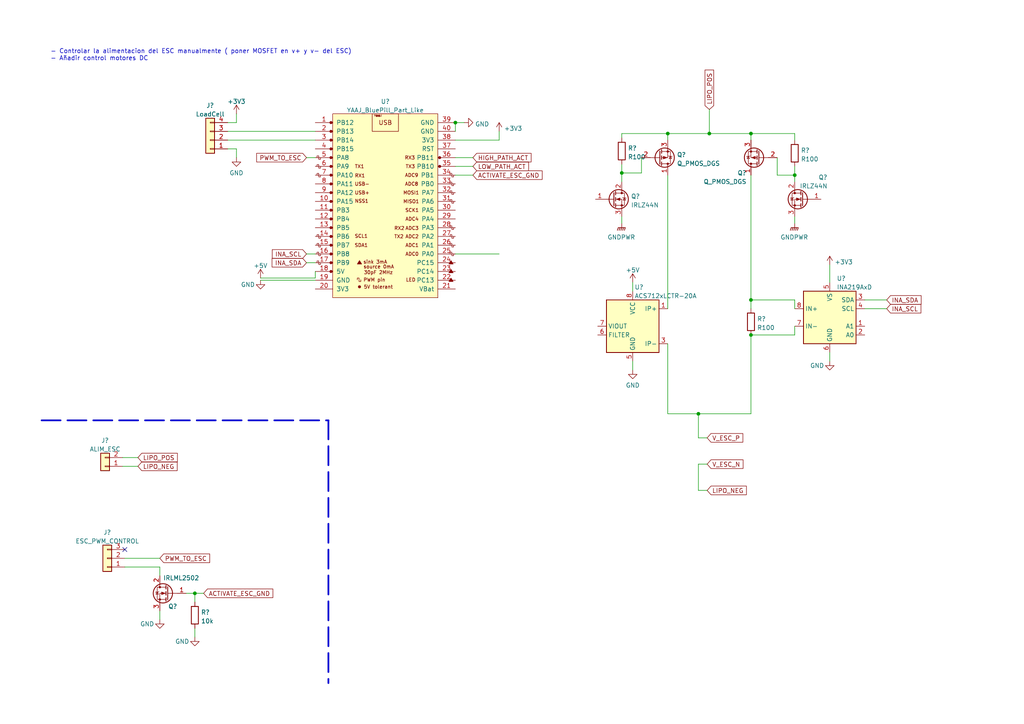
<source format=kicad_sch>
(kicad_sch (version 20211123) (generator eeschema)
  (paper "A4")
  (lib_symbols
    (symbol "Analog_ADC:INA219AxD"
      (property "Reference" "U" (at -6.35 8.89 0))
      (property "Value" "INA219AxD" (at 5.08 8.89 0))
      (symbol "INA219AxD_0_1"
        (rectangle (start -7.62 7.62) (end 7.62 -7.62) (stroke (width 0.254)) (fill (type background)))
      )
      (symbol "INA219AxD_1_1"
        (pin input line (at 10.16 -2.54 180) (length 2.54) (name "A1") (number "1"))
        (pin input line (at 10.16 -5.08 180) (length 2.54) (name "A0") (number "2"))
        (pin bidirectional line (at 10.16 5.08 180) (length 2.54) (name "SDA") (number "3"))
        (pin input line (at 10.16 2.54 180) (length 2.54) (name "SCL") (number "4"))
        (pin power_in line (at 0 10.16 270) (length 2.54) (name "VS") (number "5"))
        (pin power_in line (at 0 -10.16 90) (length 2.54) (name "GND") (number "6"))
        (pin input line (at -10.16 -2.54 0) (length 2.54) (name "IN-") (number "7"))
        (pin input line (at -10.16 2.54 0) (length 2.54) (name "IN+") (number "8"))
      )
    )
    (symbol "Connector_Generic:Conn_01x02" (pin_names (offset 1.016) hide)
      (property "Reference" "J" (at 0 2.54 0))
      (property "Value" "Conn_01x02" (at 0 -5.08 0))
      (symbol "Conn_01x02_1_1"
        (rectangle (start -1.27 -2.413) (end 0 -2.667) (stroke (width 0.1524)))
        (rectangle (start -1.27 0.127) (end 0 -0.127) (stroke (width 0.1524)))
        (rectangle (start -1.27 1.27) (end 1.27 -3.81) (stroke (width 0.254)) (fill (type background)))
        (pin passive line (at -5.08 0 0) (length 3.81) (name "Pin_1") (number "1"))
        (pin passive line (at -5.08 -2.54 0) (length 3.81) (name "Pin_2") (number "2"))
      )
    )
    (symbol "Connector_Generic:Conn_01x03" (pin_names (offset 1.016) hide)
      (property "Reference" "J" (at 0 5.08 0))
      (property "Value" "Conn_01x03" (at 0 -5.08 0))
      (symbol "Conn_01x03_1_1"
        (rectangle (start -1.27 -2.413) (end 0 -2.667) (stroke (width 0.1524)))
        (rectangle (start -1.27 0.127) (end 0 -0.127) (stroke (width 0.1524)))
        (rectangle (start -1.27 2.667) (end 0 2.413) (stroke (width 0.1524)))
        (rectangle (start -1.27 3.81) (end 1.27 -3.81) (stroke (width 0.254)) (fill (type background)))
        (pin passive line (at -5.08 2.54 0) (length 3.81) (name "Pin_1") (number "1"))
        (pin passive line (at -5.08 0 0) (length 3.81) (name "Pin_2") (number "2"))
        (pin passive line (at -5.08 -2.54 0) (length 3.81) (name "Pin_3") (number "3"))
      )
    )
    (symbol "Connector_Generic:Conn_01x04" (pin_names (offset 1.016) hide)
      (property "Reference" "J" (at 0 5.08 0))
      (property "Value" "Conn_01x04" (at 0 -7.62 0))
      (symbol "Conn_01x04_1_1"
        (rectangle (start -1.27 -4.953) (end 0 -5.207) (stroke (width 0.1524)))
        (rectangle (start -1.27 -2.413) (end 0 -2.667) (stroke (width 0.1524)))
        (rectangle (start -1.27 0.127) (end 0 -0.127) (stroke (width 0.1524)))
        (rectangle (start -1.27 2.667) (end 0 2.413) (stroke (width 0.1524)))
        (rectangle (start -1.27 3.81) (end 1.27 -6.35) (stroke (width 0.254)) (fill (type background)))
        (pin passive line (at -5.08 2.54 0) (length 3.81) (name "Pin_1") (number "1"))
        (pin passive line (at -5.08 0 0) (length 3.81) (name "Pin_2") (number "2"))
        (pin passive line (at -5.08 -2.54 0) (length 3.81) (name "Pin_3") (number "3"))
        (pin passive line (at -5.08 -5.08 0) (length 3.81) (name "Pin_4") (number "4"))
      )
    )
    (symbol "Device:Q_PMOS_DGS" (pin_names (offset 0) hide)
      (property "Reference" "Q" (at 5.08 1.27 0))
      (property "Value" "Q_PMOS_DGS" (at 5.08 -1.27 0))
      (symbol "Q_PMOS_DGS_0_1"
        (polyline (pts (xy 0.254 0) (xy -2.54 0)))
        (polyline (pts (xy 0.254 1.905) (xy 0.254 -1.905)) (stroke (width 0.254)))
        (polyline (pts (xy 0.762 -1.27) (xy 0.762 -2.286)) (stroke (width 0.254)))
        (polyline (pts (xy 0.762 0.508) (xy 0.762 -0.508)) (stroke (width 0.254)))
        (polyline (pts (xy 0.762 2.286) (xy 0.762 1.27)) (stroke (width 0.254)))
        (polyline (pts (xy 2.54 2.54) (xy 2.54 1.778)))
        (polyline (pts (xy 2.54 -2.54) (xy 2.54 0) (xy 0.762 0)))
        (polyline (pts (xy 0.762 1.778) (xy 3.302 1.778) (xy 3.302 -1.778) (xy 0.762 -1.778)))
        (polyline (pts (xy 2.286 0) (xy 1.27 0.381) (xy 1.27 -0.381) (xy 2.286 0)) (fill (type outline)))
        (polyline (pts (xy 2.794 -0.508) (xy 2.921 -0.381) (xy 3.683 -0.381) (xy 3.81 -0.254)))
        (polyline (pts (xy 3.302 -0.381) (xy 2.921 0.254) (xy 3.683 0.254) (xy 3.302 -0.381)))
        (circle (center 1.651 0) (radius 2.794) (stroke (width 0.254)))
        (circle (center 2.54 -1.778) (radius 0.254) (fill (type outline)))
        (circle (center 2.54 1.778) (radius 0.254) (fill (type outline)))
      )
      (symbol "Q_PMOS_DGS_1_1"
        (pin passive line (at 2.54 5.08 270) (length 2.54) (name "D") (number "1"))
        (pin input line (at -5.08 0 0) (length 2.54) (name "G") (number "2"))
        (pin passive line (at 2.54 -5.08 90) (length 2.54) (name "S") (number "3"))
      )
    )
    (symbol "Device:R" (pin_numbers hide) (pin_names (offset 0))
      (property "Reference" "R" (at 2.032 0 90))
      (property "Value" "R" (at 0 0 90))
      (symbol "R_0_1"
        (rectangle (start -1.016 -2.54) (end 1.016 2.54) (stroke (width 0.254)))
      )
      (symbol "R_1_1"
        (pin passive line (at 0 3.81 270) (length 1.27) (name "~") (number "1"))
        (pin passive line (at 0 -3.81 90) (length 1.27) (name "~") (number "2"))
      )
    )
    (symbol "Sensor_Current:ACS712xLCTR-20A"
      (property "Reference" "U" (at 2.54 11.43 0))
      (property "Value" "ACS712xLCTR-20A" (at 2.54 8.89 0))
      (symbol "ACS712xLCTR-20A_0_1"
        (rectangle (start -7.62 7.62) (end 7.62 -7.62) (stroke (width 0.254)) (fill (type background)))
      )
      (symbol "ACS712xLCTR-20A_1_1"
        (pin passive line (at -10.16 5.08 0) (length 2.54) (name "IP+") (number "1"))
        (pin passive line (at -10.16 5.08 0) (length 2.54) hide (name "IP+") (number "2"))
        (pin passive line (at -10.16 -5.08 0) (length 2.54) (name "IP-") (number "3"))
        (pin passive line (at -10.16 -5.08 0) (length 2.54) hide (name "IP-") (number "4"))
        (pin power_in line (at 0 -10.16 90) (length 2.54) (name "GND") (number "5"))
        (pin passive line (at 10.16 -2.54 180) (length 2.54) (name "FILTER") (number "6"))
        (pin output line (at 10.16 0 180) (length 2.54) (name "VIOUT") (number "7"))
        (pin power_in line (at 0 10.16 270) (length 2.54) (name "VCC") (number "8"))
      )
    )
    (symbol "Transistor_FET:IRLZ44N" (pin_names hide)
      (property "Reference" "Q" (at 6.35 1.905 0))
      (property "Value" "IRLZ44N" (at 6.35 0 0))
      (symbol "IRLZ44N_0_1"
        (polyline (pts (xy 0.254 0) (xy -2.54 0)))
        (polyline (pts (xy 0.254 1.905) (xy 0.254 -1.905)) (stroke (width 0.254)))
        (polyline (pts (xy 0.762 -1.27) (xy 0.762 -2.286)) (stroke (width 0.254)))
        (polyline (pts (xy 0.762 0.508) (xy 0.762 -0.508)) (stroke (width 0.254)))
        (polyline (pts (xy 0.762 2.286) (xy 0.762 1.27)) (stroke (width 0.254)))
        (polyline (pts (xy 2.54 2.54) (xy 2.54 1.778)))
        (polyline (pts (xy 2.54 -2.54) (xy 2.54 0) (xy 0.762 0)))
        (polyline (pts (xy 0.762 -1.778) (xy 3.302 -1.778) (xy 3.302 1.778) (xy 0.762 1.778)))
        (polyline (pts (xy 1.016 0) (xy 2.032 0.381) (xy 2.032 -0.381) (xy 1.016 0)) (fill (type outline)))
        (polyline (pts (xy 2.794 0.508) (xy 2.921 0.381) (xy 3.683 0.381) (xy 3.81 0.254)))
        (polyline (pts (xy 3.302 0.381) (xy 2.921 -0.254) (xy 3.683 -0.254) (xy 3.302 0.381)))
        (circle (center 1.651 0) (radius 2.794) (stroke (width 0.254)))
        (circle (center 2.54 -1.778) (radius 0.254) (fill (type outline)))
        (circle (center 2.54 1.778) (radius 0.254) (fill (type outline)))
      )
      (symbol "IRLZ44N_1_1"
        (pin input line (at -5.08 0 0) (length 2.54) (name "G") (number "1"))
        (pin passive line (at 2.54 5.08 270) (length 2.54) (name "D") (number "2"))
        (pin passive line (at 2.54 -5.08 90) (length 2.54) (name "S") (number "3"))
      )
    )
    (symbol "YAAJ_BluePill_Part_Like:YAAJ_BluePill_Part_Like" (pin_names (offset 1.016))
      (property "Reference" "U" (at -12.7 25.4 0))
      (property "Value" "YAAJ_BluePill_Part_Like" (at 0 2.54 90))
      (symbol "YAAJ_BluePill_Part_Like_0_0"
        (circle (center -15.748 -20.32) (radius 0.3556) (fill (type outline)))
        (circle (center -15.748 -17.78) (radius 0.3556) (fill (type outline)))
        (circle (center -15.748 -15.24) (radius 0.3556) (fill (type outline)))
        (circle (center -15.748 -12.7) (radius 0.3556) (fill (type outline)))
        (circle (center -15.748 -10.16) (radius 0.3556) (fill (type outline)))
        (circle (center -15.748 -7.62) (radius 0.3556) (fill (type outline)))
        (circle (center -15.748 -5.08) (radius 0.3556) (fill (type outline)))
        (circle (center -15.748 -2.54) (radius 0.3556) (fill (type outline)))
        (circle (center -15.748 0) (radius 0.3556) (fill (type outline)))
        (circle (center -15.748 2.54) (radius 0.3556) (fill (type outline)))
        (circle (center -15.748 5.08) (radius 0.3556) (fill (type outline)))
        (circle (center -15.748 7.62) (radius 0.3556) (fill (type outline)))
        (circle (center -15.748 10.16) (radius 0.3556) (fill (type outline)))
        (circle (center -15.748 12.7) (radius 0.3556) (fill (type outline)))
        (circle (center -15.748 15.24) (radius 0.3556) (fill (type outline)))
        (circle (center -15.748 17.78) (radius 0.3556) (fill (type outline)))
        (circle (center -15.748 22.86) (radius 0.3556) (fill (type outline)))
        (circle (center -7.493 -24.765) (radius 0.127) (fill (type outline)))
        (circle (center -7.493 -24.765) (radius 0.254))
        (circle (center -7.493 -24.765) (radius 0.3556))
        (polyline (pts (xy -8.128 -18.161) (xy -7.493 -17.145) (xy -6.858 -18.161) (xy -8.128 -18.161) (xy -7.493 -17.272) (xy -6.985 -18.161) (xy -8.001 -18.034) (xy -7.493 -17.399) (xy -7.112 -18.161) (xy -7.874 -17.907) (xy -7.366 -17.526) (xy -7.239 -18.161) (xy -7.747 -17.78) (xy -7.239 -17.653) (xy -7.366 -18.034) (xy -7.62 -17.78) (xy -7.366 -17.907) (xy -7.493 -17.653)))
        (polyline (pts (xy 18.415 -23.241) (xy 19.05 -22.225) (xy 19.685 -23.241) (xy 18.415 -23.241) (xy 19.05 -22.352) (xy 19.558 -23.241) (xy 18.542 -23.114) (xy 19.05 -22.479) (xy 19.431 -23.241) (xy 18.669 -22.987) (xy 19.177 -22.606) (xy 19.304 -23.241) (xy 18.796 -22.86) (xy 19.304 -22.733) (xy 19.177 -23.114) (xy 18.923 -22.86) (xy 19.177 -22.987) (xy 19.05 -22.733)))
        (polyline (pts (xy 18.415 -20.701) (xy 19.05 -19.685) (xy 19.685 -20.701) (xy 18.415 -20.701) (xy 19.05 -19.812) (xy 19.558 -20.701) (xy 18.542 -20.574) (xy 19.05 -19.939) (xy 19.431 -20.701) (xy 18.669 -20.447) (xy 19.177 -20.066) (xy 19.304 -20.701) (xy 18.796 -20.32) (xy 19.304 -20.193) (xy 19.177 -20.574) (xy 18.923 -20.32) (xy 19.177 -20.447) (xy 19.05 -20.193)))
        (polyline (pts (xy 18.415 -18.161) (xy 19.05 -17.145) (xy 19.685 -18.161) (xy 18.415 -18.161) (xy 19.05 -17.272) (xy 19.558 -18.161) (xy 18.542 -18.034) (xy 19.05 -17.399) (xy 19.431 -18.161) (xy 18.669 -17.907) (xy 19.177 -17.526) (xy 19.304 -18.161) (xy 18.796 -17.78) (xy 19.304 -17.653) (xy 19.177 -18.034) (xy 18.923 -17.78) (xy 19.177 -17.907) (xy 19.05 -17.653)))
        (circle (center 15.748 10.16) (radius 0.254) (fill (type outline)))
        (circle (center 15.748 10.16) (radius 0.3556))
        (circle (center 15.748 12.7) (radius 0.254) (fill (type outline)))
        (circle (center 15.748 12.7) (radius 0.3556))
        (text "30pF 2MHz" (at -2.032 -20.574 0) (effects (font (size 0.9906 0.9906))))
        (text "5V tolerant" (at -2.032 -24.765 0) (effects (font (size 0.9906 0.9906))))
        (text "ADC0" (at 7.747 -15.24 0) (effects (font (size 0.9906 0.9906))))
        (text "ADC1" (at 7.747 -12.7 0) (effects (font (size 0.9906 0.9906))))
        (text "ADC2" (at 7.747 -10.16 0) (effects (font (size 0.9906 0.9906))))
        (text "ADC3" (at 7.747 -7.747 0) (effects (font (size 0.9906 0.9906))))
        (text "ADC4" (at 7.747 -5.08 0) (effects (font (size 0.9906 0.9906))))
        (text "ADC8" (at 7.62 5.08 0) (effects (font (size 0.9906 0.9906))))
        (text "ADC9" (at 7.62 7.62 0) (effects (font (size 0.9906 0.9906))))
        (text "LED" (at 7.366 -22.733 0) (effects (font (size 0.9906 0.9906))))
        (text "MISO1" (at 7.493 0 0) (effects (font (size 0.9906 0.9906))))
        (text "MOSI1" (at 7.493 2.54 0) (effects (font (size 0.9906 0.9906))))
        (text "NSS1" (at -6.858 0.127 0) (effects (font (size 0.9906 0.9906))))
        (text "PWM pin" (at -3.175 -22.733 0) (effects (font (size 0.9906 0.9906))))
        (text "RX1" (at -7.366 7.493 0) (effects (font (size 0.9906 0.9906))))
        (text "RX2" (at 4.064 -7.747 0) (effects (font (size 0.9906 0.9906))))
        (text "RX3" (at 7.112 12.7 0) (effects (font (size 0.9906 0.9906))))
        (text "SCK1" (at 7.747 -2.54 0) (effects (font (size 0.9906 0.9906))))
        (text "SCL1" (at -6.985 -10.033 0) (effects (font (size 0.9906 0.9906))))
        (text "SDA1" (at -6.985 -12.7 0) (effects (font (size 0.9906 0.9906))))
        (text "sink 3mA" (at -2.921 -17.526 0) (effects (font (size 0.9906 0.9906))))
        (text "source 0mA" (at -1.905 -18.923 0) (effects (font (size 0.9906 0.9906))))
        (text "TX1" (at -7.493 10.16 0) (effects (font (size 0.9906 0.9906))))
        (text "TX2" (at 3.937 -10.16 0) (effects (font (size 0.9906 0.9906))))
        (text "TX3" (at 7.239 10.16 0) (effects (font (size 0.9906 0.9906))))
        (text "USB" (at 0 22.86 0) (effects (font (size 1.27 1.27))))
        (text "USB+" (at -6.731 2.54 0) (effects (font (size 0.9906 0.9906))))
        (text "USB-" (at -6.731 5.08 0) (effects (font (size 0.9906 0.9906))))
        (text "Y@@J" (at -2.159 24.892 0) (effects (font (size 0.508 0.508))))
      )
      (symbol "YAAJ_BluePill_Part_Like_0_1"
        (rectangle (start -15.24 25.4) (end 15.24 -27.94) (fill (type background)))
        (polyline (pts (xy -18.796 -17.78) (xy -18.796 -18.288) (xy -19.304 -18.288) (xy -19.304 -17.272) (xy -19.812 -17.272) (xy -19.812 -17.78)))
        (polyline (pts (xy -18.796 -15.24) (xy -18.796 -15.748) (xy -19.304 -15.748) (xy -19.304 -14.732) (xy -19.812 -14.732) (xy -19.812 -15.24)))
        (polyline (pts (xy -18.796 -12.7) (xy -18.796 -13.208) (xy -19.304 -13.208) (xy -19.304 -12.192) (xy -19.812 -12.192) (xy -19.812 -12.7)))
        (polyline (pts (xy -18.796 -10.16) (xy -18.796 -10.668) (xy -19.304 -10.668) (xy -19.304 -9.652) (xy -19.812 -9.652) (xy -19.812 -10.16)))
        (polyline (pts (xy -18.796 7.62) (xy -18.796 7.112) (xy -19.304 7.112) (xy -19.304 8.128) (xy -19.812 8.128) (xy -19.812 7.62)))
        (polyline (pts (xy -18.796 10.16) (xy -18.796 9.652) (xy -19.304 9.652) (xy -19.304 10.668) (xy -19.812 10.668) (xy -19.812 10.16)))
        (polyline (pts (xy -18.796 12.7) (xy -18.796 12.192) (xy -19.304 12.192) (xy -19.304 13.208) (xy -19.812 13.208) (xy -19.812 12.7)))
        (polyline (pts (xy -7.112 -22.733) (xy -7.112 -23.241) (xy -7.62 -23.241) (xy -7.62 -22.225) (xy -8.128 -22.225) (xy -8.128 -22.733)))
        (polyline (pts (xy 19.812 -15.24) (xy 19.812 -15.748) (xy 19.304 -15.748) (xy 19.304 -14.732) (xy 18.796 -14.732) (xy 18.796 -15.24)))
        (polyline (pts (xy 19.812 -12.7) (xy 19.812 -13.208) (xy 19.304 -13.208) (xy 19.304 -12.192) (xy 18.796 -12.192) (xy 18.796 -12.7)))
        (polyline (pts (xy 19.812 -10.16) (xy 19.812 -10.668) (xy 19.304 -10.668) (xy 19.304 -9.652) (xy 18.796 -9.652) (xy 18.796 -10.16)))
        (polyline (pts (xy 19.812 -7.62) (xy 19.812 -8.128) (xy 19.304 -8.128) (xy 19.304 -7.112) (xy 18.796 -7.112) (xy 18.796 -7.62)))
        (polyline (pts (xy 19.812 0) (xy 19.812 -0.508) (xy 19.304 -0.508) (xy 19.304 0.508) (xy 18.796 0.508) (xy 18.796 0)))
        (polyline (pts (xy 19.812 2.54) (xy 19.812 2.032) (xy 19.304 2.032) (xy 19.304 3.048) (xy 18.796 3.048) (xy 18.796 2.54)))
        (polyline (pts (xy 19.812 5.08) (xy 19.812 4.572) (xy 19.304 4.572) (xy 19.304 5.588) (xy 18.796 5.588) (xy 18.796 5.08)))
        (polyline (pts (xy 19.812 7.62) (xy 19.812 7.112) (xy 19.304 7.112) (xy 19.304 8.128) (xy 18.796 8.128) (xy 18.796 7.62)))
        (rectangle (start 3.81 25.4) (end -3.81 20.32))
      )
      (symbol "YAAJ_BluePill_Part_Like_1_1"
        (circle (center -15.748 20.32) (radius 0.3556) (fill (type outline)))
        (pin bidirectional line (at -20.32 22.86 0) (length 5.08) (name "PB12") (number "1"))
        (pin bidirectional line (at -20.32 0 0) (length 5.08) (name "PA15") (number "10"))
        (pin bidirectional line (at -20.32 -2.54 0) (length 5.08) (name "PB3") (number "11"))
        (pin bidirectional line (at -20.32 -5.08 0) (length 5.08) (name "PB4") (number "12"))
        (pin bidirectional line (at -20.32 -7.62 0) (length 5.08) (name "PB5") (number "13"))
        (pin bidirectional line (at -20.32 -10.16 0) (length 5.08) (name "PB6") (number "14"))
        (pin bidirectional line (at -20.32 -12.7 0) (length 5.08) (name "PB7") (number "15"))
        (pin bidirectional line (at -20.32 -15.24 0) (length 5.08) (name "PB8") (number "16"))
        (pin bidirectional line (at -20.32 -17.78 0) (length 5.08) (name "PB9") (number "17"))
        (pin power_in line (at -20.32 -20.32 0) (length 5.08) (name "5V") (number "18"))
        (pin power_in line (at -20.32 -22.86 0) (length 5.08) (name "GND") (number "19"))
        (pin bidirectional line (at -20.32 20.32 0) (length 5.08) (name "PB13") (number "2"))
        (pin power_in line (at -20.32 -25.4 0) (length 5.08) (name "3V3") (number "20"))
        (pin power_in line (at 20.32 -25.4 180) (length 5.08) (name "VBat") (number "21"))
        (pin bidirectional line (at 20.32 -22.86 180) (length 5.08) (name "PC13") (number "22"))
        (pin bidirectional line (at 20.32 -20.32 180) (length 5.08) (name "PC14") (number "23"))
        (pin bidirectional line (at 20.32 -17.78 180) (length 5.08) (name "PC15") (number "24"))
        (pin bidirectional line (at 20.32 -15.24 180) (length 5.08) (name "PA0") (number "25"))
        (pin bidirectional line (at 20.32 -12.7 180) (length 5.08) (name "PA1") (number "26"))
        (pin bidirectional line (at 20.32 -10.16 180) (length 5.08) (name "PA2") (number "27"))
        (pin bidirectional line (at 20.32 -7.62 180) (length 5.08) (name "PA3") (number "28"))
        (pin bidirectional line (at 20.32 -5.08 180) (length 5.08) (name "PA4") (number "29"))
        (pin bidirectional line (at -20.32 17.78 0) (length 5.08) (name "PB14") (number "3"))
        (pin bidirectional line (at 20.32 -2.54 180) (length 5.08) (name "PA5") (number "30"))
        (pin bidirectional line (at 20.32 0 180) (length 5.08) (name "PA6") (number "31"))
        (pin bidirectional line (at 20.32 2.54 180) (length 5.08) (name "PA7") (number "32"))
        (pin bidirectional line (at 20.32 5.08 180) (length 5.08) (name "PB0") (number "33"))
        (pin bidirectional line (at 20.32 7.62 180) (length 5.08) (name "PB1") (number "34"))
        (pin bidirectional line (at 20.32 10.16 180) (length 5.08) (name "PB10") (number "35"))
        (pin bidirectional line (at 20.32 12.7 180) (length 5.08) (name "PB11") (number "36"))
        (pin input line (at 20.32 15.24 180) (length 5.08) (name "RST") (number "37"))
        (pin power_in line (at 20.32 17.78 180) (length 5.08) (name "3V3") (number "38"))
        (pin power_in line (at 20.32 22.86 180) (length 5.08) (name "GND") (number "39"))
        (pin bidirectional line (at -20.32 15.24 0) (length 5.08) (name "PB15") (number "4"))
        (pin power_in line (at 20.32 20.32 180) (length 5.08) (name "GND") (number "40"))
        (pin bidirectional line (at -20.32 12.7 0) (length 5.08) (name "PA8") (number "5"))
        (pin bidirectional line (at -20.32 10.16 0) (length 5.08) (name "PA9") (number "6"))
        (pin bidirectional line (at -20.32 7.62 0) (length 5.08) (name "PA10") (number "7"))
        (pin bidirectional line (at -20.32 5.08 0) (length 5.08) (name "PA11") (number "8"))
        (pin bidirectional line (at -20.32 2.54 0) (length 5.08) (name "PA12") (number "9"))
      )
    )
    (symbol "power:+3V3" (power) (pin_names (offset 0))
      (property "Value" "+3V3" (at 0 3.556 0))
      (symbol "+3V3_0_1"
        (polyline (pts (xy -0.762 1.27) (xy 0 2.54)))
        (polyline (pts (xy 0 0) (xy 0 2.54)))
        (polyline (pts (xy 0 2.54) (xy 0.762 1.27)))
      )
      (symbol "+3V3_1_1"
        (pin power_in line (at 0 0 90) (length 0) hide (name "+3V3") (number "1"))
      )
    )
    (symbol "power:+5V" (power) (pin_names (offset 0))
      (property "Value" "+5V" (at 0 3.556 0))
      (symbol "+5V_0_1"
        (polyline (pts (xy -0.762 1.27) (xy 0 2.54)))
        (polyline (pts (xy 0 0) (xy 0 2.54)))
        (polyline (pts (xy 0 2.54) (xy 0.762 1.27)))
      )
      (symbol "+5V_1_1"
        (pin power_in line (at 0 0 90) (length 0) hide (name "+5V") (number "1"))
      )
    )
    (symbol "power:GND" (power) (pin_names (offset 0))
      (property "Value" "GND" (at 0 -3.81 0))
      (symbol "GND_0_1"
        (polyline (pts (xy 0 0) (xy 0 -1.27) (xy 1.27 -1.27) (xy 0 -2.54) (xy -1.27 -1.27) (xy 0 -1.27)))
      )
      (symbol "GND_1_1"
        (pin power_in line (at 0 0 270) (length 0) hide (name "GND") (number "1"))
      )
    )
    (symbol "power:GNDPWR" (power) (pin_names (offset 0))
      (property "Value" "GNDPWR" (at 0 -3.302 0))
      (symbol "GNDPWR_0_1"
        (polyline (pts (xy 0 -1.27) (xy 0 0)))
        (polyline (pts (xy -1.016 -1.27) (xy -1.27 -2.032) (xy -1.27 -2.032)) (stroke (width 0.2032)))
        (polyline (pts (xy -0.508 -1.27) (xy -0.762 -2.032) (xy -0.762 -2.032)) (stroke (width 0.2032)))
        (polyline (pts (xy 0 -1.27) (xy -0.254 -2.032) (xy -0.254 -2.032)) (stroke (width 0.2032)))
        (polyline (pts (xy 0.508 -1.27) (xy 0.254 -2.032) (xy 0.254 -2.032)) (stroke (width 0.2032)))
        (polyline (pts (xy 1.016 -1.27) (xy -1.016 -1.27) (xy -1.016 -1.27)) (stroke (width 0.2032)))
        (polyline (pts (xy 1.016 -1.27) (xy 0.762 -2.032) (xy 0.762 -2.032) (xy 0.762 -2.032)) (stroke (width 0.2032)))
      )
      (symbol "GNDPWR_1_1"
        (pin power_in line (at 0 0 270) (length 0) hide (name "GNDPWR") (number "1"))
      )
    )
  )
  (junction (at 193.675 38.735))
  (junction (at 202.565 120.015))
  (junction (at 56.515 172.085))
  (junction (at 217.805 86.995))
  (junction (at 132.08 35.56))
  (junction (at 217.805 97.155))
  (junction (at 217.805 38.735))
  (junction (at 205.74 38.735))
  (junction (at 180.34 50.165))
  (junction (at 230.505 50.8))
  (no_connect (at 36.195 159.385))
  (wire (pts (xy 205.105 142.24) (xy 202.565 142.24)))
  (wire (pts (xy 68.58 35.56) (xy 68.58 33.02)))
  (wire (pts (xy 35.56 135.255) (xy 40.005 135.255)))
  (wire (pts (xy 217.805 38.735) (xy 230.505 38.735)))
  (wire (pts (xy 180.34 38.735) (xy 193.675 38.735)))
  (wire (pts (xy 46.355 177.165) (xy 46.355 179.705)))
  (wire (pts (xy 36.195 161.925) (xy 46.355 161.925)))
  (wire (pts (xy 230.505 40.64) (xy 230.505 38.735)))
  (wire (pts (xy 225.425 50.8) (xy 230.505 50.8)))
  (wire (pts (xy 217.805 50.8) (xy 217.805 86.995)))
  (wire (pts (xy 132.08 45.72) (xy 137.16 45.72)))
  (wire (pts (xy 56.515 174.625) (xy 56.515 172.085)))
  (wire (pts (xy 230.505 97.155) (xy 230.505 94.615)))
  (wire (pts (xy 193.675 38.735) (xy 193.675 40.64)))
  (wire (pts (xy 56.515 172.085) (xy 59.055 172.085)))
  (wire (pts (xy 183.515 104.775) (xy 183.515 107.315)))
  (wire (pts (xy 68.58 43.18) (xy 68.58 45.72)))
  (wire (pts (xy 225.425 45.72) (xy 225.425 50.8)))
  (polyline (pts (xy 95.25 121.92) (xy 95.25 198.12)) (stroke (width 0.5)))
  (wire (pts (xy 205.105 127) (xy 202.565 127)))
  (wire (pts (xy 193.675 99.695) (xy 193.675 120.015)))
  (wire (pts (xy 230.505 50.8) (xy 230.505 52.705)))
  (wire (pts (xy 180.34 40.005) (xy 180.34 38.735)))
  (wire (pts (xy 46.355 167.005) (xy 46.355 164.465)))
  (wire (pts (xy 88.9 73.66) (xy 91.44 73.66)))
  (wire (pts (xy 144.78 40.64) (xy 144.78 38.1)))
  (wire (pts (xy 202.565 134.62) (xy 202.565 142.24)))
  (wire (pts (xy 230.505 62.865) (xy 230.505 64.77)))
  (wire (pts (xy 250.825 86.995) (xy 257.175 86.995)))
  (wire (pts (xy 202.565 120.015) (xy 217.805 120.015)))
  (wire (pts (xy 183.515 81.915) (xy 183.515 84.455)))
  (wire (pts (xy 250.825 89.535) (xy 257.175 89.535)))
  (polyline (pts (xy 12.065 121.92) (xy 95.25 121.92)) (stroke (width 0.5)))
  (wire (pts (xy 180.34 47.625) (xy 180.34 50.165)))
  (wire (pts (xy 144.78 73.66) (xy 132.08 73.66)))
  (wire (pts (xy 217.805 86.995) (xy 217.805 89.535)))
  (wire (pts (xy 132.08 48.26) (xy 137.16 48.26)))
  (wire (pts (xy 66.04 35.56) (xy 68.58 35.56)))
  (wire (pts (xy 66.04 43.18) (xy 68.58 43.18)))
  (wire (pts (xy 36.195 164.465) (xy 46.355 164.465)))
  (wire (pts (xy 75.565 80.645) (xy 91.44 80.645)))
  (wire (pts (xy 230.505 86.995) (xy 217.805 86.995)))
  (wire (pts (xy 217.805 40.64) (xy 217.805 38.735)))
  (wire (pts (xy 180.34 62.865) (xy 180.34 64.77)))
  (wire (pts (xy 91.44 80.645) (xy 91.44 78.74)))
  (wire (pts (xy 132.08 35.56) (xy 134.62 35.56)))
  (wire (pts (xy 193.675 120.015) (xy 202.565 120.015)))
  (wire (pts (xy 132.08 35.56) (xy 132.08 38.1)))
  (wire (pts (xy 205.74 38.735) (xy 217.805 38.735)))
  (wire (pts (xy 205.105 134.62) (xy 202.565 134.62)))
  (wire (pts (xy 56.515 182.245) (xy 56.515 184.785)))
  (wire (pts (xy 132.08 40.64) (xy 144.78 40.64)))
  (wire (pts (xy 75.565 81.28) (xy 91.44 81.28)))
  (wire (pts (xy 56.515 172.085) (xy 53.975 172.085)))
  (wire (pts (xy 217.805 97.155) (xy 217.805 120.015)))
  (wire (pts (xy 88.9 45.72) (xy 91.44 45.72)))
  (wire (pts (xy 132.08 50.8) (xy 137.16 50.8)))
  (wire (pts (xy 205.74 31.75) (xy 205.74 38.735)))
  (wire (pts (xy 240.665 102.235) (xy 240.665 104.775)))
  (wire (pts (xy 66.04 40.64) (xy 91.44 40.64)))
  (wire (pts (xy 186.055 50.165) (xy 180.34 50.165)))
  (wire (pts (xy 88.9 76.2) (xy 91.44 76.2)))
  (wire (pts (xy 217.805 97.155) (xy 230.505 97.155)))
  (wire (pts (xy 180.34 50.165) (xy 180.34 52.705)))
  (wire (pts (xy 230.505 89.535) (xy 230.505 86.995)))
  (wire (pts (xy 230.505 48.26) (xy 230.505 50.8)))
  (wire (pts (xy 202.565 120.015) (xy 202.565 127)))
  (wire (pts (xy 66.04 38.1) (xy 91.44 38.1)))
  (wire (pts (xy 193.675 50.8) (xy 193.675 89.535)))
  (wire (pts (xy 240.665 76.835) (xy 240.665 81.915)))
  (wire (pts (xy 35.56 132.715) (xy 40.005 132.715)))
  (wire (pts (xy 186.055 45.72) (xy 186.055 50.165)))
  (wire (pts (xy 205.74 38.735) (xy 193.675 38.735)))
  (text "- Controlar la alimentacion del ESC manualmente ( poner MOSFET en v+ y v- del ESC)\n- Añadir control motores DC\n" (at 14.605 17.78 0) (effects (font (size 1.27 1.27)) (justify left bottom)))
  (global_label "INA_SDA" (shape input) (at 257.175 86.995 0) (property "Intersheet References" "${INTERSHEET_REFS}" (effects hide)))
  (global_label "PWM_TO_ESC" (shape input) (at 88.9 45.72 180) (property "Intersheet References" "${INTERSHEET_REFS}" (effects hide)))
  (global_label "V_ESC_N" (shape input) (at 205.105 134.62 0) (property "Intersheet References" "${INTERSHEET_REFS}" (effects hide)))
  (global_label "ACTIVATE_ESC_GND" (shape input) (at 59.055 172.085 0) (property "Intersheet References" "${INTERSHEET_REFS}" (effects hide)))
  (global_label "V_ESC_P" (shape input) (at 205.105 127 0) (property "Intersheet References" "${INTERSHEET_REFS}" (effects hide)))
  (global_label "HIGH_PATH_ACT" (shape input) (at 137.16 45.72 0) (property "Intersheet References" "${INTERSHEET_REFS}" (effects hide)))
  (global_label "LIPO_POS" (shape input) (at 205.74 31.75 90) (property "Intersheet References" "${INTERSHEET_REFS}" (effects hide)))
  (global_label "ACTIVATE_ESC_GND" (shape input) (at 137.16 50.8 0) (property "Intersheet References" "${INTERSHEET_REFS}" (effects hide)))
  (global_label "LOW_PATH_ACT" (shape input) (at 137.16 48.26 0) (property "Intersheet References" "${INTERSHEET_REFS}" (effects hide)))
  (global_label "PWM_TO_ESC" (shape input) (at 46.355 161.925 0) (property "Intersheet References" "${INTERSHEET_REFS}" (effects hide)))
  (global_label "LIPO_NEG" (shape input) (at 205.105 142.24 0) (property "Intersheet References" "${INTERSHEET_REFS}" (effects hide)))
  (global_label "INA_SCL" (shape input) (at 257.175 89.535 0) (property "Intersheet References" "${INTERSHEET_REFS}" (effects hide)))
  (global_label "INA_SCL" (shape input) (at 88.9 73.66 180) (property "Intersheet References" "${INTERSHEET_REFS}" (effects hide)))
  (global_label "LIPO_NEG" (shape input) (at 40.005 135.255 0) (property "Intersheet References" "${INTERSHEET_REFS}" (effects hide)))
  (global_label "INA_SDA" (shape input) (at 88.9 76.2 180) (property "Intersheet References" "${INTERSHEET_REFS}" (effects hide)))
  (global_label "LIPO_POS" (shape input) (at 40.005 132.715 0) (property "Intersheet References" "${INTERSHEET_REFS}" (effects hide)))
  (symbol (lib_id "Connector_Generic:Conn_01x02") (at 30.48 135.255 180) (unit 1)
    (property "Reference" "J?" (at 30.48 127.7452 0))
    (property "Value" "ALIM_ESC" (at 30.48 130.2821 0))
  )
  (symbol (lib_id "power:GND") (at 183.515 107.315 0) (unit 1)
    (property "Reference" "#PWR?" (effects hide))
    (property "Value" "GND" (at 183.515 111.7584 0))
  )
  (symbol (lib_id "Analog_ADC:INA219AxD") (at 240.665 92.075 0) (unit 1)
    (property "Reference" "U?" (at 242.6844 80.7552 0) (effects (justify left)))
    (property "Value" "INA219AxD" (at 242.6844 83.2921 0) (effects (justify left)))
    (property "Footprint" "Package_SO:SOIC-8_3.9x4.9mm_P1.27mm" (effects hide))
    (property "Datasheet" "http://www.ti.com/lit/ds/symlink/ina219.pdf" (effects hide))
  )
  (symbol (lib_id "Connector_Generic:Conn_01x04") (at 60.96 40.64 180) (unit 1)
    (property "Reference" "J?" (at 60.96 30.5902 0))
    (property "Value" "LoadCell" (at 60.96 33.1271 0))
  )
  (symbol (lib_id "Device:R") (at 217.805 93.345 0) (unit 1)
    (property "Reference" "R?" (at 219.583 92.5103 0) (effects (justify left)))
    (property "Value" "R100" (at 219.583 95.0472 0) (effects (justify left)))
  )
  (symbol (lib_id "power:+3V3") (at 240.665 76.835 0) (unit 1)
    (property "Reference" "#PWR?" (effects hide))
    (property "Value" "+3V3" (at 242.062 75.9988 0) (effects (justify left)))
  )
  (symbol (lib_id "Device:R") (at 180.34 43.815 0) (unit 1)
    (property "Reference" "R?" (at 182.118 42.9803 0) (effects (justify left)))
    (property "Value" "R100" (at 182.118 45.5172 0) (effects (justify left)))
  )
  (symbol (lib_id "Transistor_FET:IRLZ44N") (at 48.895 172.085 0) (mirror y) (unit 1)
    (property "Reference" "Q?" (at 51.435 175.895 0) (effects (justify left)))
    (property "Value" "IRLML2502" (at 57.785 167.64 0) (effects (justify left)))
    (property "Footprint" "Package_TO_SOT_THT:TO-220-3_Vertical" (effects hide))
    (property "Datasheet" "http://www.irf.com/product-info/datasheets/data/irlz44n.pdf" (effects hide))
  )
  (symbol (lib_id "power:+5V") (at 75.565 80.645 0) (unit 1)
    (property "Reference" "#PWR?" (effects hide))
    (property "Value" "+5V" (at 75.565 77.0692 0))
  )
  (symbol (lib_id "power:GND") (at 75.565 81.28 0) (unit 1)
    (property "Reference" "#PWR?" (effects hide))
    (property "Value" "GND" (at 69.85 82.55 0) (effects (justify left)))
  )
  (symbol (lib_id "power:GND") (at 68.58 45.72 0) (unit 1)
    (property "Reference" "#PWR?" (effects hide))
    (property "Value" "GND" (at 68.58 50.1634 0))
  )
  (symbol (lib_id "Device:R") (at 56.515 178.435 0) (unit 1)
    (property "Reference" "R?" (at 58.293 177.6003 0) (effects (justify left)))
    (property "Value" "10k" (at 58.293 180.1372 0) (effects (justify left)))
  )
  (symbol (lib_id "power:GND") (at 46.355 179.705 0) (unit 1)
    (property "Reference" "#PWR?" (effects hide))
    (property "Value" "GND" (at 40.64 180.975 0) (effects (justify left)))
  )
  (symbol (lib_id "power:GNDPWR") (at 230.505 64.77 0) (unit 1)
    (property "Reference" "#PWR?" (effects hide))
    (property "Value" "GNDPWR" (at 230.378 68.807 0))
  )
  (symbol (lib_id "Sensor_Current:ACS712xLCTR-20A") (at 183.515 94.615 0) (mirror y) (unit 1)
    (property "Reference" "U?" (at 184.0356 83.2952 0) (effects (justify right)))
    (property "Value" "ACS712xLCTR-20A" (at 184.0356 85.8321 0) (effects (justify right)))
    (property "Footprint" "Package_SO:SOIC-8_3.9x4.9mm_P1.27mm" (effects hide))
    (property "Datasheet" "http://www.allegromicro.com/~/media/Files/Datasheets/ACS712-Datasheet.ashx?la=en" (effects hide))
  )
  (symbol (lib_id "Device:R") (at 230.505 44.45 0) (unit 1)
    (property "Reference" "R?" (at 232.283 43.6153 0) (effects (justify left)))
    (property "Value" "R100" (at 232.283 46.1522 0) (effects (justify left)))
  )
  (symbol (lib_id "Device:Q_PMOS_DGS") (at 191.135 45.72 0) (mirror x) (unit 1)
    (property "Reference" "Q?" (at 196.342 44.8853 0) (effects (justify left)))
    (property "Value" "Q_PMOS_DGS" (at 196.342 47.4222 0) (effects (justify left)))
  )
  (symbol (lib_id "power:+3V3") (at 144.78 38.1 0) (unit 1)
    (property "Reference" "#PWR?" (effects hide))
    (property "Value" "+3V3" (at 146.177 37.2638 0) (effects (justify left)))
  )
  (symbol (lib_id "Transistor_FET:IRLZ44N") (at 233.045 57.785 0) (mirror y) (unit 1)
    (property "Reference" "Q?" (at 240.03 51.435 0) (effects (justify left)))
    (property "Value" "IRLZ44N" (at 240.03 53.9719 0) (effects (justify left)))
    (property "Footprint" "Package_TO_SOT_THT:TO-220-3_Vertical" (effects hide))
    (property "Datasheet" "http://www.irf.com/product-info/datasheets/data/irlz44n.pdf" (effects hide))
  )
  (symbol (lib_id "power:GND") (at 240.665 104.775 0) (unit 1)
    (property "Reference" "#PWR?" (effects hide))
    (property "Value" "GND" (at 234.95 106.045 0) (effects (justify left)))
  )
  (symbol (lib_id "Transistor_FET:IRLZ44N") (at 177.8 57.785 0) (unit 1)
    (property "Reference" "Q?" (at 183.007 56.9503 0) (effects (justify left)))
    (property "Value" "IRLZ44N" (at 183.007 59.4872 0) (effects (justify left)))
    (property "Footprint" "Package_TO_SOT_THT:TO-220-3_Vertical" (effects hide))
    (property "Datasheet" "http://www.irf.com/product-info/datasheets/data/irlz44n.pdf" (effects hide))
  )
  (symbol (lib_id "power:GND") (at 56.515 184.785 0) (unit 1)
    (property "Reference" "#PWR?" (effects hide))
    (property "Value" "GND" (at 50.8 186.055 0) (effects (justify left)))
  )
  (symbol (lib_id "Device:Q_PMOS_DGS") (at 220.345 45.72 180) (unit 1)
    (property "Reference" "Q?" (at 216.535 50.1681 0) (effects (justify left)))
    (property "Value" "Q_PMOS_DGS" (at 216.535 52.705 0) (effects (justify left)))
  )
  (symbol (lib_id "YAAJ_BluePill_Part_Like:YAAJ_BluePill_Part_Like") (at 111.76 58.42 0) (unit 1)
    (property "Reference" "U?" (at 111.76 29.4472 0))
    (property "Value" "YAAJ_BluePill_Part_Like" (at 111.76 31.9841 0))
  )
  (symbol (lib_id "Connector_Generic:Conn_01x03") (at 31.115 161.925 180) (unit 1)
    (property "Reference" "J?" (at 31.115 154.4152 0))
    (property "Value" "ESC_PWM_CONTROL" (at 31.115 156.9521 0))
  )
  (symbol (lib_id "power:+5V") (at 183.515 81.915 0) (unit 1)
    (property "Reference" "#PWR?" (effects hide))
    (property "Value" "+5V" (at 183.515 78.3392 0))
  )
  (symbol (lib_id "power:+3V3") (at 68.58 33.02 0) (unit 1)
    (property "Reference" "#PWR?" (effects hide))
    (property "Value" "+3V3" (at 68.58 29.4442 0))
  )
  (symbol (lib_id "power:GNDPWR") (at 180.34 64.77 0) (unit 1)
    (property "Reference" "#PWR?" (effects hide))
    (property "Value" "GNDPWR" (at 180.213 68.807 0))
  )
  (symbol (lib_id "power:GND") (at 134.62 35.56 90) (unit 1)
    (property "Reference" "#PWR?" (effects hide))
    (property "Value" "GND" (at 137.795 35.9938 90) (effects (justify right)))
  )
)
</source>
